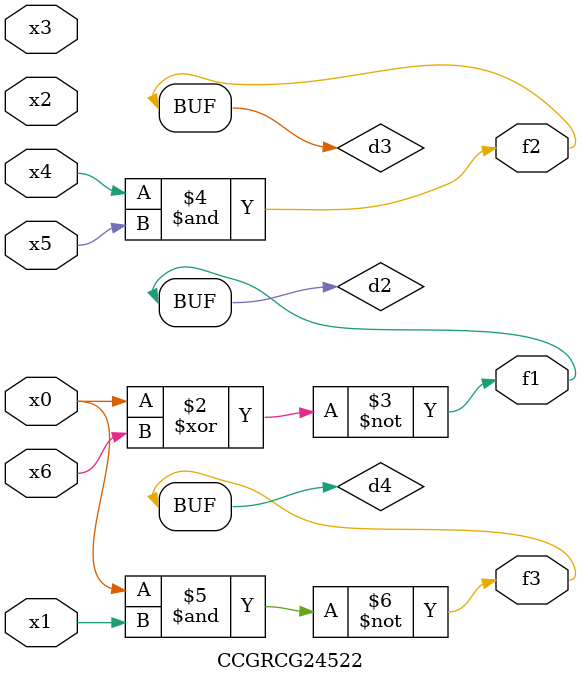
<source format=v>
module CCGRCG24522(
	input x0, x1, x2, x3, x4, x5, x6,
	output f1, f2, f3
);

	wire d1, d2, d3, d4;

	nor (d1, x0);
	xnor (d2, x0, x6);
	and (d3, x4, x5);
	nand (d4, x0, x1);
	assign f1 = d2;
	assign f2 = d3;
	assign f3 = d4;
endmodule

</source>
